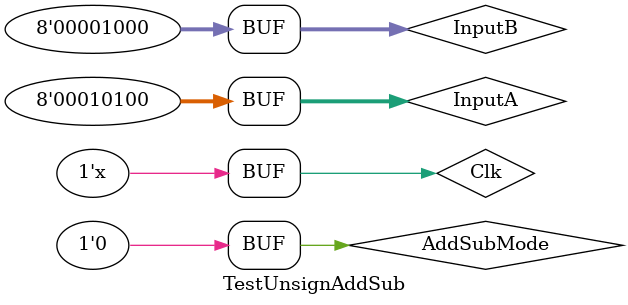
<source format=v>
`timescale 1ns / 1ps
`include "UnsignAddSub.v"

/*
 * Piotr Styczyński @styczynski
 * Verilog Components Library
 *
 * Test for UnsignAddSub module
 * 
 *
 * MIT License
 */
module TestUnsignAddSub
#(
	parameter INPUT_BIT_WIDTH = 8
);

	// Inputs
	reg [INPUT_BIT_WIDTH-1:0] InputA;
	reg [INPUT_BIT_WIDTH-1:0] InputB;
	reg AddSubMode;
	reg Clk;

	// Outputs
	wire [INPUT_BIT_WIDTH-1:0] Result;


	initial begin
		// Initialize Inputs
		AddSubMode = 0;
        InputA = 20;
        InputB = 8;
		Clk = 0;

		// Wait 100 ns for global reset to finish
		#100;
        
		#500;
		// Add stimulus here

	end

   initial begin
		$monitor("Clk=%d, AddSubMode=%d, InputA=%d, InputB=%d", Clk, AddSubMode, InputA, InputB);
	end
      
	always begin
		   Clk = #10 ~Clk;
	end
      
endmodule


</source>
